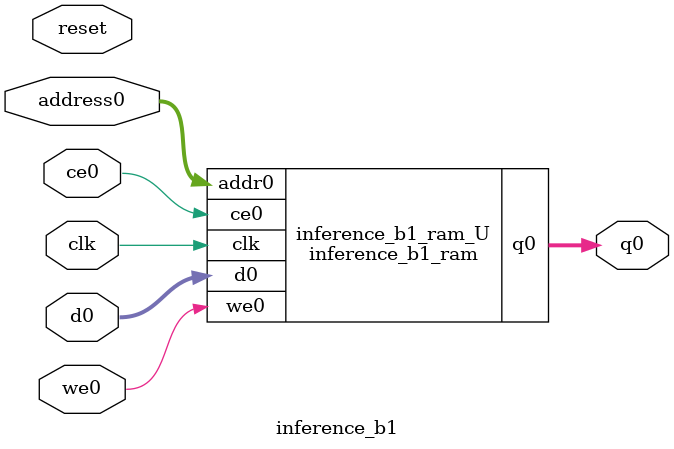
<source format=v>

`timescale 1 ns / 1 ps
module inference_b1_ram (addr0, ce0, d0, we0, q0,  clk);

parameter DWIDTH = 32;
parameter AWIDTH = 3;
parameter MEM_SIZE = 6;

input[AWIDTH-1:0] addr0;
input ce0;
input[DWIDTH-1:0] d0;
input we0;
output reg[DWIDTH-1:0] q0;
input clk;

(* ram_style = "distributed" *)reg [DWIDTH-1:0] ram[MEM_SIZE-1:0];




always @(posedge clk)  
begin 
    if (ce0) 
    begin
        if (we0) 
        begin 
            ram[addr0] <= d0; 
            q0 <= d0;
        end 
        else 
            q0 <= ram[addr0];
    end
end


endmodule


`timescale 1 ns / 1 ps
module inference_b1(
    reset,
    clk,
    address0,
    ce0,
    we0,
    d0,
    q0);

parameter DataWidth = 32'd32;
parameter AddressRange = 32'd6;
parameter AddressWidth = 32'd3;
input reset;
input clk;
input[AddressWidth - 1:0] address0;
input ce0;
input we0;
input[DataWidth - 1:0] d0;
output[DataWidth - 1:0] q0;



inference_b1_ram inference_b1_ram_U(
    .clk( clk ),
    .addr0( address0 ),
    .ce0( ce0 ),
    .d0( d0 ),
    .we0( we0 ),
    .q0( q0 ));

endmodule


</source>
